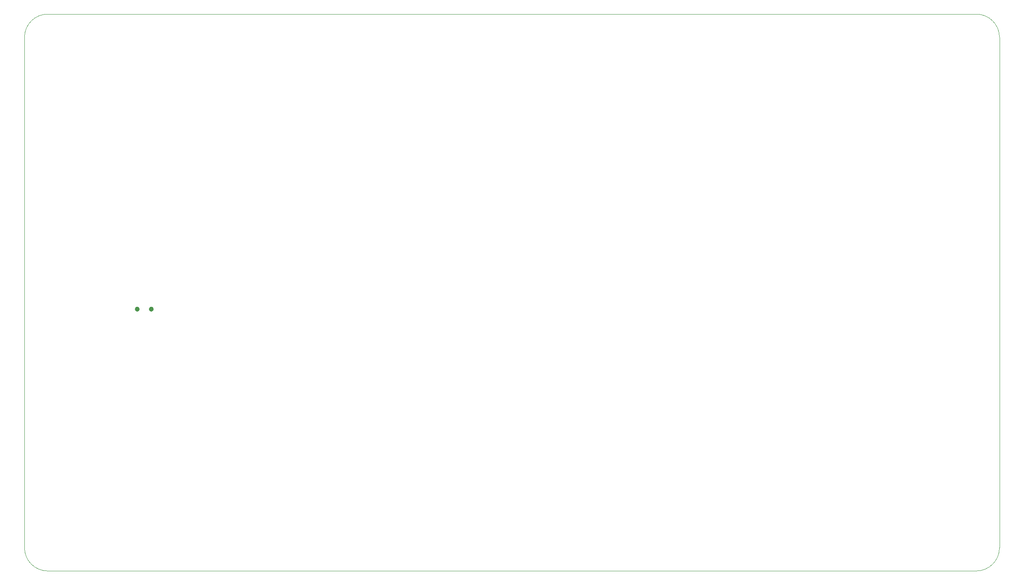
<source format=gm1>
%TF.GenerationSoftware,KiCad,Pcbnew,8.0.1*%
%TF.CreationDate,2024-05-01T14:37:59+02:00*%
%TF.ProjectId,PE2-for-review,5045322d-666f-4722-9d72-65766965772e,rev?*%
%TF.SameCoordinates,Original*%
%TF.FileFunction,Profile,NP*%
%FSLAX46Y46*%
G04 Gerber Fmt 4.6, Leading zero omitted, Abs format (unit mm)*
G04 Created by KiCad (PCBNEW 8.0.1) date 2024-05-01 14:37:59*
%MOMM*%
%LPD*%
G01*
G04 APERTURE LIST*
%TA.AperFunction,Profile*%
%ADD10C,0.050000*%
%TD*%
%TA.AperFunction,Profile*%
%ADD11C,0.000000*%
%TD*%
G04 APERTURE END LIST*
D10*
X250000000Y-35000000D02*
X250000000Y-145000000D01*
X40000000Y-145000000D02*
X40000000Y-35000000D01*
X45000000Y-30000000D02*
X136000000Y-30000000D01*
X136000000Y-30000000D02*
X245000000Y-30000000D01*
X245000000Y-150000000D02*
X223200000Y-150000000D01*
X40000000Y-35000000D02*
G75*
G02*
X45000000Y-30000000I5000000J0D01*
G01*
X45000000Y-150000000D02*
G75*
G02*
X40000000Y-145000000I0J5000000D01*
G01*
X250000000Y-145000000D02*
G75*
G02*
X245000000Y-150000000I-5000000J0D01*
G01*
X245000000Y-30000000D02*
G75*
G02*
X250000000Y-35000000I0J-5000000D01*
G01*
X223200000Y-150000000D02*
X45000000Y-150000000D01*
D11*
%TA.AperFunction,Profile*%
G36*
X64507708Y-93120184D02*
G01*
X64627430Y-93197125D01*
X64720627Y-93304680D01*
X64779746Y-93434134D01*
X64800000Y-93575000D01*
X64779746Y-93715866D01*
X64720627Y-93845320D01*
X64627430Y-93952875D01*
X64507708Y-94029816D01*
X64371157Y-94069911D01*
X64228843Y-94069911D01*
X64092292Y-94029816D01*
X63972570Y-93952875D01*
X63879373Y-93845320D01*
X63820254Y-93715866D01*
X63800000Y-93575000D01*
X63820254Y-93434134D01*
X63879373Y-93304680D01*
X63972570Y-93197125D01*
X64092292Y-93120184D01*
X64228843Y-93080089D01*
X64371157Y-93080089D01*
X64507708Y-93120184D01*
G37*
%TD.AperFunction*%
%TA.AperFunction,Profile*%
G36*
X67507708Y-93120184D02*
G01*
X67627430Y-93197125D01*
X67720627Y-93304680D01*
X67779746Y-93434134D01*
X67800000Y-93575000D01*
X67779746Y-93715866D01*
X67720627Y-93845320D01*
X67627430Y-93952875D01*
X67507708Y-94029816D01*
X67371157Y-94069911D01*
X67228843Y-94069911D01*
X67092292Y-94029816D01*
X66972570Y-93952875D01*
X66879373Y-93845320D01*
X66820254Y-93715866D01*
X66800000Y-93575000D01*
X66820254Y-93434134D01*
X66879373Y-93304680D01*
X66972570Y-93197125D01*
X67092292Y-93120184D01*
X67228843Y-93080089D01*
X67371157Y-93080089D01*
X67507708Y-93120184D01*
G37*
%TD.AperFunction*%
M02*

</source>
